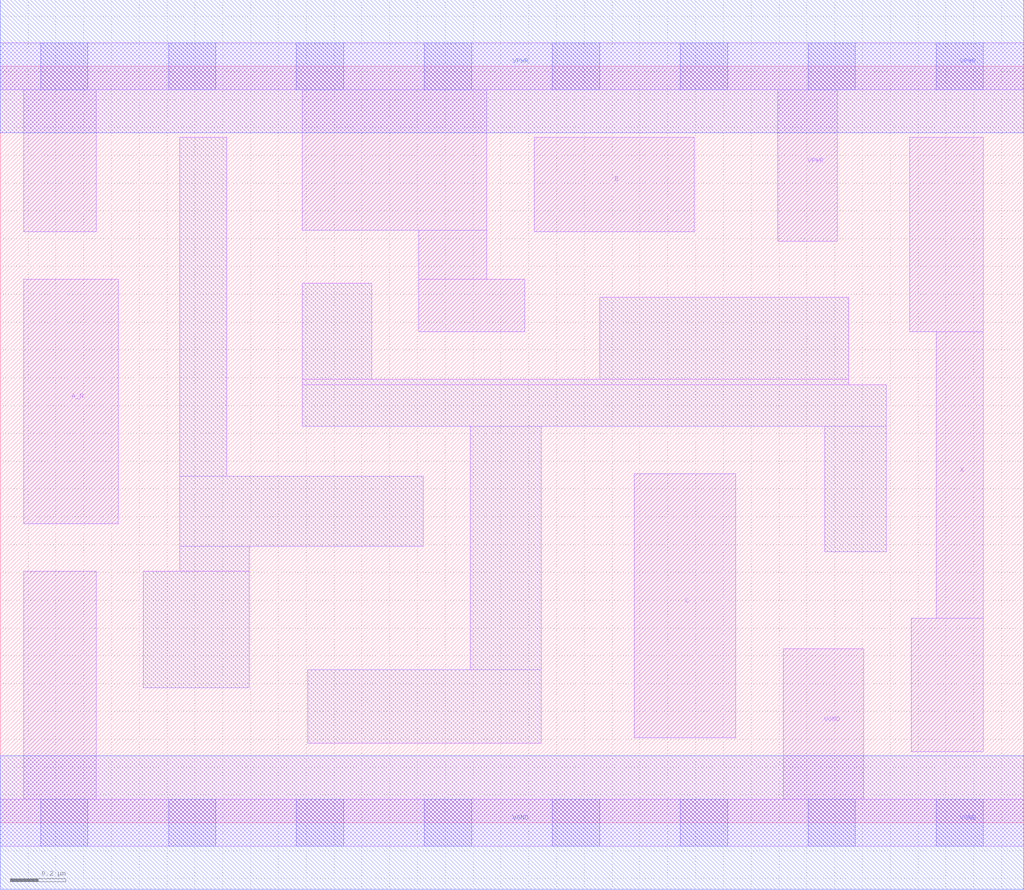
<source format=lef>
# Copyright 2020 The SkyWater PDK Authors
#
# Licensed under the Apache License, Version 2.0 (the "License");
# you may not use this file except in compliance with the License.
# You may obtain a copy of the License at
#
#     https://www.apache.org/licenses/LICENSE-2.0
#
# Unless required by applicable law or agreed to in writing, software
# distributed under the License is distributed on an "AS IS" BASIS,
# WITHOUT WARRANTIES OR CONDITIONS OF ANY KIND, either express or implied.
# See the License for the specific language governing permissions and
# limitations under the License.
#
# SPDX-License-Identifier: Apache-2.0

VERSION 5.7 ;
  NAMESCASESENSITIVE ON ;
  NOWIREEXTENSIONATPIN ON ;
  DIVIDERCHAR "/" ;
  BUSBITCHARS "[]" ;
UNITS
  DATABASE MICRONS 200 ;
END UNITS
PROPERTYDEFINITIONS
  MACRO maskLayoutSubType STRING ;
  MACRO prCellType STRING ;
  MACRO originalViewName STRING ;
END PROPERTYDEFINITIONS
MACRO sky130_fd_sc_hdll__and3b_1
  CLASS CORE ;
  FOREIGN sky130_fd_sc_hdll__and3b_1 ;
  ORIGIN  0.000000  0.000000 ;
  SIZE  3.680000 BY  2.720000 ;
  SYMMETRY X Y R90 ;
  SITE unithd ;
  PIN A_N
    ANTENNAGATEAREA  0.138600 ;
    DIRECTION INPUT ;
    USE SIGNAL ;
    PORT
      LAYER li1 ;
        RECT 0.085000 1.075000 0.425000 1.955000 ;
    END
  END A_N
  PIN B
    ANTENNAGATEAREA  0.138600 ;
    DIRECTION INPUT ;
    USE SIGNAL ;
    PORT
      LAYER li1 ;
        RECT 1.920000 2.125000 2.495000 2.465000 ;
    END
  END B
  PIN C
    ANTENNAGATEAREA  0.138600 ;
    DIRECTION INPUT ;
    USE SIGNAL ;
    PORT
      LAYER li1 ;
        RECT 2.280000 0.305000 2.645000 1.255000 ;
    END
  END C
  PIN VGND
    ANTENNADIFFAREA  0.470450 ;
    DIRECTION INOUT ;
    USE SIGNAL ;
    PORT
      LAYER li1 ;
        RECT 0.000000 -0.085000 3.680000 0.085000 ;
        RECT 0.085000  0.085000 0.345000 0.905000 ;
        RECT 2.815000  0.085000 3.105000 0.625000 ;
      LAYER mcon ;
        RECT 0.145000 -0.085000 0.315000 0.085000 ;
        RECT 0.605000 -0.085000 0.775000 0.085000 ;
        RECT 1.065000 -0.085000 1.235000 0.085000 ;
        RECT 1.525000 -0.085000 1.695000 0.085000 ;
        RECT 1.985000 -0.085000 2.155000 0.085000 ;
        RECT 2.445000 -0.085000 2.615000 0.085000 ;
        RECT 2.905000 -0.085000 3.075000 0.085000 ;
        RECT 3.365000 -0.085000 3.535000 0.085000 ;
      LAYER met1 ;
        RECT 0.000000 -0.240000 3.680000 0.240000 ;
    END
  END VGND
  PIN VPWR
    ANTENNADIFFAREA  0.591300 ;
    DIRECTION INOUT ;
    USE SIGNAL ;
    PORT
      LAYER li1 ;
        RECT 0.000000 2.635000 3.680000 2.805000 ;
        RECT 0.085000 2.125000 0.345000 2.635000 ;
        RECT 1.085000 2.130000 1.750000 2.635000 ;
        RECT 1.505000 1.765000 1.885000 1.955000 ;
        RECT 1.505000 1.955000 1.750000 2.130000 ;
        RECT 2.795000 2.090000 3.010000 2.635000 ;
      LAYER mcon ;
        RECT 0.145000 2.635000 0.315000 2.805000 ;
        RECT 0.605000 2.635000 0.775000 2.805000 ;
        RECT 1.065000 2.635000 1.235000 2.805000 ;
        RECT 1.525000 2.635000 1.695000 2.805000 ;
        RECT 1.985000 2.635000 2.155000 2.805000 ;
        RECT 2.445000 2.635000 2.615000 2.805000 ;
        RECT 2.905000 2.635000 3.075000 2.805000 ;
        RECT 3.365000 2.635000 3.535000 2.805000 ;
      LAYER met1 ;
        RECT 0.000000 2.480000 3.680000 2.960000 ;
    END
  END VPWR
  PIN X
    ANTENNADIFFAREA  0.439000 ;
    DIRECTION OUTPUT ;
    USE SIGNAL ;
    PORT
      LAYER li1 ;
        RECT 3.270000 1.765000 3.535000 2.465000 ;
        RECT 3.275000 0.255000 3.535000 0.735000 ;
        RECT 3.365000 0.735000 3.535000 1.765000 ;
    END
  END X
  OBS
    LAYER li1 ;
      RECT 0.515000 0.485000 0.895000 0.905000 ;
      RECT 0.645000 0.905000 0.895000 0.995000 ;
      RECT 0.645000 0.995000 1.520000 1.245000 ;
      RECT 0.645000 1.245000 0.815000 2.465000 ;
      RECT 1.085000 1.425000 3.185000 1.575000 ;
      RECT 1.085000 1.575000 3.050000 1.595000 ;
      RECT 1.085000 1.595000 1.335000 1.940000 ;
      RECT 1.105000 0.285000 1.945000 0.550000 ;
      RECT 1.690000 0.550000 1.945000 1.425000 ;
      RECT 2.155000 1.595000 3.050000 1.890000 ;
      RECT 2.965000 0.975000 3.185000 1.425000 ;
  END
  PROPERTY maskLayoutSubType "abstract" ;
  PROPERTY prCellType "standard" ;
  PROPERTY originalViewName "layout" ;
END sky130_fd_sc_hdll__and3b_1

</source>
